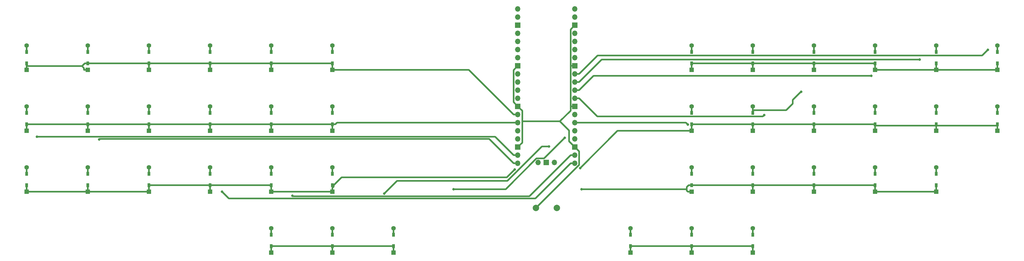
<source format=gbr>
G04 #@! TF.GenerationSoftware,KiCad,Pcbnew,7.0.10*
G04 #@! TF.CreationDate,2024-04-07T15:44:14+09:00*
G04 #@! TF.ProjectId,first_keyboard,66697273-745f-46b6-9579-626f6172642e,rev?*
G04 #@! TF.SameCoordinates,Original*
G04 #@! TF.FileFunction,Copper,L1,Top*
G04 #@! TF.FilePolarity,Positive*
%FSLAX46Y46*%
G04 Gerber Fmt 4.6, Leading zero omitted, Abs format (unit mm)*
G04 Created by KiCad (PCBNEW 7.0.10) date 2024-04-07 15:44:14*
%MOMM*%
%LPD*%
G01*
G04 APERTURE LIST*
G04 #@! TA.AperFunction,ComponentPad*
%ADD10C,2.000000*%
G04 #@! TD*
G04 #@! TA.AperFunction,ComponentPad*
%ADD11R,1.397000X1.397000*%
G04 #@! TD*
G04 #@! TA.AperFunction,SMDPad,CuDef*
%ADD12R,0.950000X1.300000*%
G04 #@! TD*
G04 #@! TA.AperFunction,ComponentPad*
%ADD13C,1.397000*%
G04 #@! TD*
G04 #@! TA.AperFunction,ComponentPad*
%ADD14O,1.700000X1.700000*%
G04 #@! TD*
G04 #@! TA.AperFunction,ComponentPad*
%ADD15R,1.700000X1.700000*%
G04 #@! TD*
G04 #@! TA.AperFunction,ViaPad*
%ADD16C,0.800000*%
G04 #@! TD*
G04 #@! TA.AperFunction,Conductor*
%ADD17C,0.500000*%
G04 #@! TD*
G04 APERTURE END LIST*
D10*
X210245000Y-168231200D03*
X203745000Y-168231200D03*
D11*
X252238800Y-163122400D03*
D12*
X252238800Y-161087400D03*
X252238800Y-157537400D03*
D13*
X252238800Y-155502400D03*
D11*
X290338800Y-163122400D03*
D12*
X290338800Y-161087400D03*
X290338800Y-157537400D03*
D13*
X290338800Y-155502400D03*
D11*
X83170000Y-163122400D03*
D12*
X83170000Y-161087400D03*
X83170000Y-157537400D03*
D13*
X83170000Y-155502400D03*
D11*
X271288800Y-125022400D03*
D12*
X271288800Y-122987400D03*
X271288800Y-119437400D03*
D13*
X271288800Y-117402400D03*
D11*
X64120000Y-144072400D03*
D12*
X64120000Y-142037400D03*
X64120000Y-138487400D03*
D13*
X64120000Y-136452400D03*
D11*
X328438800Y-125022400D03*
D12*
X328438800Y-122987400D03*
X328438800Y-119437400D03*
D13*
X328438800Y-117402400D03*
D11*
X140320000Y-144072400D03*
D12*
X140320000Y-142037400D03*
X140320000Y-138487400D03*
D13*
X140320000Y-136452400D03*
D11*
X121270000Y-163122400D03*
D12*
X121270000Y-161087400D03*
X121270000Y-157537400D03*
D13*
X121270000Y-155502400D03*
D11*
X140320000Y-163122400D03*
D12*
X140320000Y-161087400D03*
X140320000Y-157537400D03*
D13*
X140320000Y-155502400D03*
D11*
X271288800Y-163122400D03*
D12*
X271288800Y-161087400D03*
X271288800Y-157537400D03*
D13*
X271288800Y-155502400D03*
D11*
X64120000Y-163122400D03*
D12*
X64120000Y-161087400D03*
X64120000Y-157537400D03*
D13*
X64120000Y-155502400D03*
D11*
X121270000Y-182172400D03*
D12*
X121270000Y-180137400D03*
X121270000Y-176587400D03*
D13*
X121270000Y-174552400D03*
D11*
X140320000Y-182172400D03*
D12*
X140320000Y-180137400D03*
X140320000Y-176587400D03*
D13*
X140320000Y-174552400D03*
D11*
X83170000Y-144072400D03*
D12*
X83170000Y-142037400D03*
X83170000Y-138487400D03*
D13*
X83170000Y-136452400D03*
D11*
X309388800Y-163122400D03*
D12*
X309388800Y-161087400D03*
X309388800Y-157537400D03*
D13*
X309388800Y-155502400D03*
D11*
X271288800Y-144072400D03*
D12*
X271288800Y-142037400D03*
X271288800Y-138487400D03*
D13*
X271288800Y-136452400D03*
D11*
X45070000Y-144072400D03*
D12*
X45070000Y-142037400D03*
X45070000Y-138487400D03*
D13*
X45070000Y-136452400D03*
D11*
X121270000Y-125022400D03*
D12*
X121270000Y-122987400D03*
X121270000Y-119437400D03*
D13*
X121270000Y-117402400D03*
D11*
X252238800Y-182172400D03*
D12*
X252238800Y-180137400D03*
X252238800Y-176587400D03*
D13*
X252238800Y-174552400D03*
D11*
X290338800Y-144072400D03*
D12*
X290338800Y-142037400D03*
X290338800Y-138487400D03*
D13*
X290338800Y-136452400D03*
D11*
X252238800Y-144072400D03*
D12*
X252238800Y-142037400D03*
X252238800Y-138487400D03*
D13*
X252238800Y-136452400D03*
D11*
X328438800Y-163122400D03*
D12*
X328438800Y-161087400D03*
X328438800Y-157537400D03*
D13*
X328438800Y-155502400D03*
D11*
X102220000Y-144072400D03*
D12*
X102220000Y-142037400D03*
X102220000Y-138487400D03*
D13*
X102220000Y-136452400D03*
D11*
X45070000Y-125022400D03*
D12*
X45070000Y-122987400D03*
X45070000Y-119437400D03*
D13*
X45070000Y-117402400D03*
D11*
X140320000Y-125022400D03*
D12*
X140320000Y-122987400D03*
X140320000Y-119437400D03*
D13*
X140320000Y-117402400D03*
D11*
X347488800Y-144072400D03*
D12*
X347488800Y-142037400D03*
X347488800Y-138487400D03*
D13*
X347488800Y-136452400D03*
D11*
X271288800Y-182172400D03*
D12*
X271288800Y-180137400D03*
X271288800Y-176587400D03*
D13*
X271288800Y-174552400D03*
D11*
X328438800Y-144072400D03*
D12*
X328438800Y-142037400D03*
X328438800Y-138487400D03*
D13*
X328438800Y-136452400D03*
D11*
X102220000Y-125022400D03*
D12*
X102220000Y-122987400D03*
X102220000Y-119437400D03*
D13*
X102220000Y-117402400D03*
D11*
X252238800Y-125022400D03*
D12*
X252238800Y-122987400D03*
X252238800Y-119437400D03*
D13*
X252238800Y-117402400D03*
D11*
X64120000Y-125022400D03*
D12*
X64120000Y-122987400D03*
X64120000Y-119437400D03*
D13*
X64120000Y-117402400D03*
D11*
X290338800Y-125022400D03*
D12*
X290338800Y-122987400D03*
X290338800Y-119437400D03*
D13*
X290338800Y-117402400D03*
D11*
X233188800Y-182172400D03*
D12*
X233188800Y-180137400D03*
X233188800Y-176587400D03*
D13*
X233188800Y-174552400D03*
D11*
X45070000Y-163122400D03*
D12*
X45070000Y-161087400D03*
X45070000Y-157537400D03*
D13*
X45070000Y-155502400D03*
D11*
X347488800Y-125022400D03*
D12*
X347488800Y-122987400D03*
X347488800Y-119437400D03*
D13*
X347488800Y-117402400D03*
D11*
X159370000Y-182172400D03*
D12*
X159370000Y-180137400D03*
X159370000Y-176587400D03*
D13*
X159370000Y-174552400D03*
D11*
X102220000Y-163122400D03*
D12*
X102220000Y-161087400D03*
X102220000Y-157537400D03*
D13*
X102220000Y-155502400D03*
D14*
X215885000Y-106001200D03*
X215885000Y-108541200D03*
D15*
X215885000Y-111081200D03*
D14*
X215885000Y-113621200D03*
X215885000Y-116161200D03*
X215885000Y-118701200D03*
X215885000Y-121241200D03*
D15*
X215885000Y-123781200D03*
D14*
X215885000Y-126321200D03*
X215885000Y-128861200D03*
X215885000Y-131401200D03*
X215885000Y-133941200D03*
D15*
X215885000Y-136481200D03*
D14*
X215885000Y-139021200D03*
X215885000Y-141561200D03*
X215885000Y-144101200D03*
X215885000Y-146641200D03*
D15*
X215885000Y-149181200D03*
D14*
X215885000Y-151721200D03*
X215885000Y-154261200D03*
X198105000Y-154261200D03*
X198105000Y-151721200D03*
D15*
X198105000Y-149181200D03*
D14*
X198105000Y-146641200D03*
X198105000Y-144101200D03*
X198105000Y-141561200D03*
X198105000Y-139021200D03*
D15*
X198105000Y-136481200D03*
D14*
X198105000Y-133941200D03*
X198105000Y-131401200D03*
X198105000Y-128861200D03*
X198105000Y-126321200D03*
D15*
X198105000Y-123781200D03*
D14*
X198105000Y-121241200D03*
X198105000Y-118701200D03*
X198105000Y-116161200D03*
X198105000Y-113621200D03*
D15*
X198105000Y-111081200D03*
D14*
X198105000Y-108541200D03*
X198105000Y-106001200D03*
X209535000Y-154031200D03*
D15*
X206995000Y-154031200D03*
D14*
X204455000Y-154031200D03*
D11*
X309388800Y-144072400D03*
D12*
X309388800Y-142037400D03*
X309388800Y-138487400D03*
D13*
X309388800Y-136452400D03*
D11*
X121270000Y-144072400D03*
D12*
X121270000Y-142037400D03*
X121270000Y-138487400D03*
D13*
X121270000Y-136452400D03*
D11*
X83170000Y-125022400D03*
D12*
X83170000Y-122987400D03*
X83170000Y-119437400D03*
D13*
X83170000Y-117402400D03*
D11*
X309388800Y-125022400D03*
D12*
X309388800Y-122987400D03*
X309388800Y-119437400D03*
D13*
X309388800Y-117402400D03*
D16*
X217500800Y-155750200D03*
X217949600Y-162367800D03*
X197120600Y-156233100D03*
X286369900Y-131906600D03*
X48260100Y-145919500D03*
X67703700Y-146798700D03*
X105950800Y-163117200D03*
X127883900Y-164372900D03*
X156513400Y-163709400D03*
X207839400Y-148976800D03*
X178046600Y-162345300D03*
X212722400Y-146283100D03*
X251075600Y-142158100D03*
X274864500Y-139197500D03*
X308223400Y-126888300D03*
X323282300Y-121840100D03*
X344543300Y-118737900D03*
D17*
X45070000Y-117402400D02*
X45070000Y-119437400D01*
X45070000Y-125022400D02*
X45070000Y-123872000D01*
X309388800Y-123450800D02*
X309388800Y-125022400D01*
X328438800Y-122987400D02*
X328438800Y-125022400D01*
X64120000Y-122987400D02*
X63193100Y-122987400D01*
X290338800Y-122987400D02*
X290338800Y-123872000D01*
X328438800Y-125022400D02*
X329589200Y-125022400D01*
X271288800Y-122987400D02*
X270825400Y-122987400D01*
X102220000Y-122987400D02*
X103146900Y-122987400D01*
X347488800Y-122987400D02*
X347488800Y-125022400D01*
X45070000Y-122987400D02*
X45070000Y-123872000D01*
X270825400Y-122987400D02*
X271288800Y-123450800D01*
X309388800Y-125022400D02*
X327288400Y-125022400D01*
X140320000Y-122987400D02*
X122196900Y-122987400D01*
X271288800Y-122987400D02*
X290338800Y-122987400D01*
X62969600Y-124533100D02*
X62969600Y-125022400D01*
X62308500Y-123872000D02*
X62969600Y-124533100D01*
X63193100Y-122987400D02*
X62308500Y-123872000D01*
X252238800Y-122987400D02*
X270361900Y-122987400D01*
X64120000Y-125022400D02*
X62969600Y-125022400D01*
X270825400Y-122987400D02*
X270361900Y-122987400D01*
X121270000Y-125022400D02*
X121270000Y-123450800D01*
X121270000Y-122987400D02*
X120806600Y-122987400D01*
X83170000Y-122987400D02*
X65046900Y-122987400D01*
X308925400Y-122987400D02*
X308461900Y-122987400D01*
X102220000Y-122987400D02*
X102220000Y-125022400D01*
X271288800Y-123450800D02*
X271288800Y-125022400D01*
X198105000Y-139021200D02*
X196803100Y-139021200D01*
X328438800Y-125022400D02*
X327288400Y-125022400D01*
X140320000Y-122987400D02*
X140320000Y-125022400D01*
X347488800Y-125022400D02*
X329589200Y-125022400D01*
X290338800Y-125022400D02*
X290338800Y-123872000D01*
X120806600Y-122987400D02*
X103146900Y-122987400D01*
X45070000Y-123872000D02*
X62308500Y-123872000D01*
X308925400Y-122987400D02*
X309388800Y-123450800D01*
X64120000Y-122987400D02*
X65046900Y-122987400D01*
X83170000Y-122987400D02*
X83170000Y-123872000D01*
X290338800Y-122987400D02*
X308461900Y-122987400D01*
X102220000Y-122987400D02*
X83170000Y-122987400D01*
X309388800Y-122987400D02*
X308925400Y-122987400D01*
X182804300Y-125022400D02*
X140320000Y-125022400D01*
X83170000Y-125022400D02*
X83170000Y-123872000D01*
X196803100Y-139021200D02*
X182804300Y-125022400D01*
X252238800Y-122987400D02*
X252238800Y-125022400D01*
X121270000Y-123450800D02*
X120806600Y-122987400D01*
X121270000Y-122987400D02*
X122196900Y-122987400D01*
X45070000Y-136452400D02*
X45070000Y-138487400D01*
X64583500Y-142037400D02*
X64120000Y-142500900D01*
X347488800Y-142479700D02*
X328438800Y-142479700D01*
X271288800Y-144072400D02*
X271288800Y-142922000D01*
X102220000Y-144072400D02*
X102220000Y-142922000D01*
X140320000Y-144072400D02*
X140320000Y-142922000D01*
X83170000Y-142037400D02*
X83170000Y-142922000D01*
X328438800Y-142479700D02*
X328438800Y-142922000D01*
X347488800Y-142479700D02*
X347488800Y-144072400D01*
X328438800Y-142479700D02*
X328438800Y-142037400D01*
X309388800Y-142037400D02*
X309388800Y-142479700D01*
X141723100Y-141561200D02*
X141246900Y-142037400D01*
X309388800Y-144072400D02*
X309388800Y-142922000D01*
X198105000Y-141561200D02*
X141723100Y-141561200D01*
X271288800Y-142037400D02*
X290338800Y-142037400D01*
X140320000Y-142037400D02*
X140320000Y-142922000D01*
X102220000Y-142037400D02*
X102220000Y-142922000D01*
X291265700Y-142037400D02*
X309388800Y-142037400D01*
X309388800Y-142479700D02*
X309388800Y-142922000D01*
X45070000Y-144072400D02*
X45070000Y-142922000D01*
X121270000Y-142037400D02*
X121270000Y-144072400D01*
X328438800Y-144072400D02*
X328438800Y-142922000D01*
X252238800Y-142037400D02*
X270361900Y-142037400D01*
X309388800Y-142479700D02*
X328438800Y-142479700D01*
X45070000Y-142037400D02*
X45070000Y-142922000D01*
X290338800Y-142037400D02*
X290338800Y-142922000D01*
X290338800Y-142037400D02*
X291265700Y-142037400D01*
X121270000Y-142037400D02*
X102220000Y-142037400D01*
X252238800Y-144072400D02*
X229178600Y-144072400D01*
X140320000Y-142037400D02*
X141246900Y-142037400D01*
X271288800Y-142037400D02*
X271288800Y-142922000D01*
X229178600Y-144072400D02*
X217500800Y-155750200D01*
X252238800Y-142037400D02*
X252238800Y-144072400D01*
X63193100Y-142037400D02*
X45070000Y-142037400D01*
X64120000Y-142037400D02*
X64583500Y-142037400D01*
X102220000Y-142037400D02*
X83170000Y-142037400D01*
X64120000Y-142500900D02*
X64120000Y-144072400D01*
X64120000Y-142037400D02*
X63193100Y-142037400D01*
X83170000Y-144072400D02*
X83170000Y-142922000D01*
X64583500Y-142037400D02*
X65046900Y-142037400D01*
X290338800Y-144072400D02*
X290338800Y-142922000D01*
X347488800Y-142037400D02*
X347488800Y-142479700D01*
X271288800Y-142037400D02*
X270361900Y-142037400D01*
X140320000Y-142037400D02*
X121270000Y-142037400D01*
X83170000Y-142037400D02*
X65046900Y-142037400D01*
X45070000Y-155502400D02*
X45070000Y-157537400D01*
X102220000Y-161087400D02*
X102220000Y-163122400D01*
X308925400Y-161087400D02*
X309388800Y-161550800D01*
X194715900Y-158637800D02*
X143233100Y-158637800D01*
X252238800Y-161087400D02*
X251311900Y-161087400D01*
X251311900Y-161087400D02*
X250728100Y-161671200D01*
X308925400Y-161087400D02*
X308461900Y-161087400D01*
X250728100Y-162762100D02*
X251088400Y-163122400D01*
X45070000Y-161087400D02*
X45070000Y-163122400D01*
X309388800Y-163122400D02*
X310539200Y-163122400D01*
X45070000Y-163122400D02*
X62969600Y-163122400D01*
X121270000Y-161087400D02*
X120806600Y-161087400D01*
X140783500Y-161508500D02*
X140320000Y-161972000D01*
X250728100Y-162367800D02*
X250728100Y-162762100D01*
X121270000Y-163122400D02*
X122420400Y-163122400D01*
X64120000Y-163122400D02*
X82019600Y-163122400D01*
X197120600Y-156233100D02*
X194715900Y-158637800D01*
X83170000Y-161087400D02*
X83170000Y-161972000D01*
X328438800Y-163122400D02*
X310539200Y-163122400D01*
X64120000Y-161087400D02*
X64120000Y-163122400D01*
X83170000Y-163122400D02*
X82019600Y-163122400D01*
X309388800Y-161550800D02*
X309388800Y-163122400D01*
X121270000Y-163122400D02*
X121270000Y-161550800D01*
X140783500Y-161087400D02*
X140783500Y-161508500D01*
X271288800Y-161087400D02*
X290338800Y-161087400D01*
X83170000Y-163122400D02*
X83170000Y-161972000D01*
X252238800Y-161087400D02*
X253165700Y-161087400D01*
X252238800Y-163122400D02*
X251088400Y-163122400D01*
X102220000Y-161087400D02*
X103146900Y-161087400D01*
X250728100Y-161671200D02*
X250728100Y-162367800D01*
X217949600Y-162367800D02*
X250728100Y-162367800D01*
X290338800Y-161087400D02*
X290338800Y-161972000D01*
X102220000Y-161087400D02*
X83170000Y-161087400D01*
X290338800Y-161087400D02*
X308461900Y-161087400D01*
X271288800Y-163122400D02*
X271288800Y-161972000D01*
X143233100Y-158637800D02*
X140783500Y-161087400D01*
X120806600Y-161087400D02*
X103146900Y-161087400D01*
X140320000Y-163122400D02*
X140320000Y-161972000D01*
X140320000Y-161087400D02*
X140783500Y-161087400D01*
X64120000Y-163122400D02*
X62969600Y-163122400D01*
X328438800Y-161087400D02*
X328438800Y-163122400D01*
X253165700Y-161087400D02*
X271288800Y-161087400D01*
X121270000Y-161550800D02*
X120806600Y-161087400D01*
X140320000Y-163122400D02*
X122420400Y-163122400D01*
X271288800Y-161087400D02*
X271288800Y-161972000D01*
X290338800Y-163122400D02*
X290338800Y-161972000D01*
X309388800Y-161087400D02*
X308925400Y-161087400D01*
X64120000Y-117402400D02*
X64120000Y-119437400D01*
X140783500Y-180137400D02*
X141246900Y-180137400D01*
X271288800Y-180137400D02*
X270361900Y-180137400D01*
X140320000Y-180137400D02*
X140783500Y-180137400D01*
X140783500Y-180137400D02*
X140320000Y-180600900D01*
X252238800Y-182172400D02*
X252238800Y-180600900D01*
X252238800Y-180137400D02*
X252702300Y-180137400D01*
X252238800Y-180600900D02*
X252702300Y-180137400D01*
X271288800Y-180137400D02*
X271288800Y-182172400D01*
X252702300Y-180137400D02*
X270361900Y-180137400D01*
X159370000Y-180137400D02*
X159370000Y-182172400D01*
X121270000Y-180137400D02*
X121270000Y-181022000D01*
X140320000Y-180600900D02*
X140320000Y-182172400D01*
X121270000Y-182172400D02*
X121270000Y-181022000D01*
X233188800Y-180137400D02*
X251311900Y-180137400D01*
X159370000Y-180137400D02*
X141246900Y-180137400D01*
X140320000Y-180137400D02*
X121270000Y-180137400D01*
X233188800Y-180137400D02*
X233188800Y-182172400D01*
X252238800Y-180137400D02*
X251311900Y-180137400D01*
X64120000Y-136452400D02*
X64120000Y-138487400D01*
X64120000Y-155502400D02*
X64120000Y-157537400D01*
X83170000Y-117402400D02*
X83170000Y-119437400D01*
X83170000Y-136452400D02*
X83170000Y-138487400D01*
X83170000Y-155502400D02*
X83170000Y-157537400D01*
X102220000Y-117402400D02*
X102220000Y-119437400D01*
X102220000Y-136452400D02*
X102220000Y-138487400D01*
X102220000Y-155502400D02*
X102220000Y-157537400D01*
X121270000Y-174552400D02*
X121270000Y-176587400D01*
X121270000Y-117402400D02*
X121270000Y-119437400D01*
X121270000Y-136452400D02*
X121270000Y-138487400D01*
X121270000Y-155502400D02*
X121270000Y-157537400D01*
X140320000Y-174552400D02*
X140320000Y-176587400D01*
X140320000Y-117402400D02*
X140320000Y-119437400D01*
X140320000Y-136452400D02*
X140320000Y-138487400D01*
X140320000Y-155502400D02*
X140320000Y-157537400D01*
X159370000Y-174552400D02*
X159370000Y-176587400D01*
X252238800Y-117402400D02*
X252238800Y-119437400D01*
X252238800Y-136452400D02*
X252238800Y-138487400D01*
X252238800Y-155502400D02*
X252238800Y-157537400D01*
X233188800Y-174552400D02*
X233188800Y-176587400D01*
X271288800Y-117402400D02*
X271288800Y-119437400D01*
X286293600Y-131906600D02*
X286369900Y-131906600D01*
X271288800Y-137651300D02*
X271288800Y-138487400D01*
X281747000Y-137651300D02*
X283776700Y-135621600D01*
X271288800Y-137651300D02*
X281747000Y-137651300D01*
X271288800Y-136452400D02*
X271288800Y-137651300D01*
X283776700Y-134423500D02*
X286293600Y-131906600D01*
X283776700Y-135621600D02*
X283776700Y-134423500D01*
X271288800Y-155502400D02*
X271288800Y-157537400D01*
X252238800Y-174552400D02*
X252238800Y-176587400D01*
X290338800Y-117402400D02*
X290338800Y-119437400D01*
X290338800Y-136452400D02*
X290338800Y-138487400D01*
X290338800Y-155502400D02*
X290338800Y-157537400D01*
X271288800Y-174552400D02*
X271288800Y-176587400D01*
X309388800Y-117402400D02*
X309388800Y-119437400D01*
X309388800Y-136452400D02*
X309388800Y-138487400D01*
X309388800Y-155502400D02*
X309388800Y-157537400D01*
X328438800Y-117402400D02*
X328438800Y-119437400D01*
X328438800Y-136452400D02*
X328438800Y-138487400D01*
X328438800Y-155502400D02*
X328438800Y-157537400D01*
X198105000Y-123781200D02*
X196776200Y-125110000D01*
X214759000Y-136481200D02*
X214584600Y-136481200D01*
X215885000Y-136481200D02*
X214759000Y-136481200D01*
X199463400Y-147822800D02*
X198105000Y-149181200D01*
X217196500Y-154797200D02*
X217196500Y-150492700D01*
X199463400Y-141152300D02*
X211213900Y-141152300D01*
X214083300Y-144021700D02*
X214083300Y-147379500D01*
X196776200Y-135152400D02*
X198105000Y-136481200D01*
X214083300Y-147379500D02*
X215885000Y-149181200D01*
X214583100Y-112383100D02*
X215885000Y-111081200D01*
X215885000Y-123781200D02*
X214583100Y-123781200D01*
X214583100Y-123781200D02*
X214583100Y-112383100D01*
X214584600Y-136481200D02*
X214583100Y-136481200D01*
X199463400Y-137839600D02*
X199463400Y-141152300D01*
X214584600Y-136481200D02*
X214583100Y-136479700D01*
X214583100Y-137783100D02*
X214583100Y-136481200D01*
X203762500Y-168231200D02*
X217196500Y-154797200D01*
X211213900Y-141152300D02*
X214583100Y-137783100D01*
X211213900Y-141152300D02*
X214083300Y-144021700D01*
X196776200Y-125110000D02*
X196776200Y-135152400D01*
X203745000Y-168231200D02*
X203762500Y-168231200D01*
X214583100Y-136479700D02*
X214583100Y-123781200D01*
X217196500Y-150492700D02*
X215885000Y-149181200D01*
X199463400Y-141152300D02*
X199463400Y-147822800D01*
X198105000Y-136481200D02*
X199463400Y-137839600D01*
X196803100Y-151721200D02*
X191001400Y-145919500D01*
X191001400Y-145919500D02*
X48260100Y-145919500D01*
X198105000Y-151721200D02*
X196803100Y-151721200D01*
X196803100Y-154261200D02*
X189183500Y-146641600D01*
X189183500Y-146641600D02*
X67860800Y-146641600D01*
X198105000Y-154261200D02*
X196803100Y-154261200D01*
X67860800Y-146641600D02*
X67703700Y-146798700D01*
X215885000Y-154261200D02*
X214583100Y-154261200D01*
X108096800Y-165263200D02*
X203581100Y-165263200D01*
X105950800Y-163117200D02*
X108096800Y-165263200D01*
X203581100Y-165263200D02*
X214583100Y-154261200D01*
X127883900Y-164372900D02*
X128072300Y-164561300D01*
X128072300Y-164561300D02*
X201743000Y-164561300D01*
X201743000Y-164561300D02*
X214583100Y-151721200D01*
X215885000Y-151721200D02*
X214583100Y-151721200D01*
X205581700Y-148976800D02*
X194834900Y-159723600D01*
X194834900Y-159723600D02*
X160499100Y-159723600D01*
X207839400Y-148976800D02*
X205581700Y-148976800D01*
X160499100Y-159723700D02*
X156513400Y-163709400D01*
X160499100Y-159723600D02*
X160499100Y-159723700D01*
X194299700Y-162345300D02*
X178046600Y-162345300D01*
X203915700Y-152729300D02*
X194299700Y-162345300D01*
X206276200Y-152729300D02*
X203915700Y-152729300D01*
X212722400Y-146283100D02*
X206276200Y-152729300D01*
X215885000Y-141561200D02*
X250478700Y-141561200D01*
X250478700Y-141561200D02*
X251075600Y-142158100D01*
X274472700Y-139589300D02*
X222835000Y-139589300D01*
X215885000Y-133941200D02*
X217186900Y-133941200D01*
X222835000Y-139589300D02*
X217186900Y-133941200D01*
X274864500Y-139197500D02*
X274472700Y-139589300D01*
X215885000Y-131401200D02*
X217186900Y-131401200D01*
X217186900Y-131401200D02*
X221699800Y-126888300D01*
X221699800Y-126888300D02*
X308223400Y-126888300D01*
X217186900Y-128861200D02*
X224208000Y-121840100D01*
X215885000Y-128861200D02*
X217186900Y-128861200D01*
X224208000Y-121840100D02*
X323282300Y-121840100D01*
X342741900Y-120539300D02*
X344543300Y-118737900D01*
X222968800Y-120539300D02*
X342741900Y-120539300D01*
X217186900Y-126321200D02*
X222968800Y-120539300D01*
X215885000Y-126321200D02*
X217186900Y-126321200D01*
X347488800Y-117402400D02*
X347488800Y-119437400D01*
X347488800Y-136452400D02*
X347488800Y-138487400D01*
M02*

</source>
